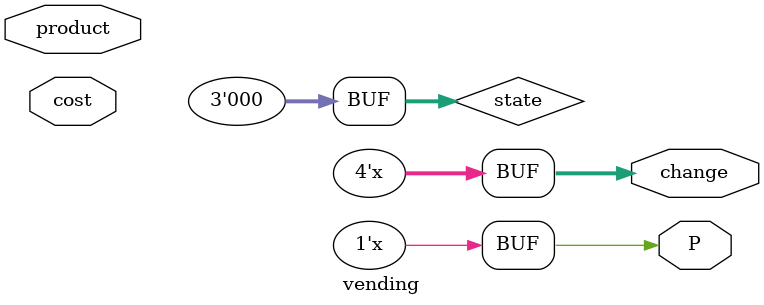
<source format=v>
module vending(product,cost,change,P);

input [1:0]product;
input [3:0]cost;
output reg [3:0]change;
output reg P;
parameter s0=3'b000,s1=3'b001,s2=3'b010;
reg [2:0]state;


always@(*)
begin
     case(state)

     s0:begin
        if(product==0 || product==1 || product==2 || product==3)
        state<=s1;
        else
        state<=s0;
        end

     s1:begin
        
         if(product==0 && cost>=5)                                                      // (cost==4'd5 || cost==4'd10))
        state<=s2;
        else if(product==1 && cost>=10)                                                // (cost==4'd10 || cost==2*4'd5))
        state<=s2;
        else if(product==2 && cost>=15)                                                //  (cost==2*4'd5 || cost==(4'd10 + 4'd5)))
        state<=s2; 
        else if(product==3 && cost>=20)                                                //  (cost==2*4'd10|| cost==4*4'd5 || cost==(2*4'd5 + 4'd10)))
        state<=s2;
        else
        state<=s1;
        end
  
     s2:begin
        if(product==0)
        begin
        change=cost-5;
        P=0;
        end
        else if(product==1)
        begin
        change=cost-10;
        P=1;
        end
        else if(product==2)
        begin
        change=cost-15;
        P=2;
        end
        else if(product==3)
        begin
        change=cost-20;
        P=3;
        end
        state<=s0;
        end

     default:state<=s0;
     endcase  
   
end
endmodule

</source>
